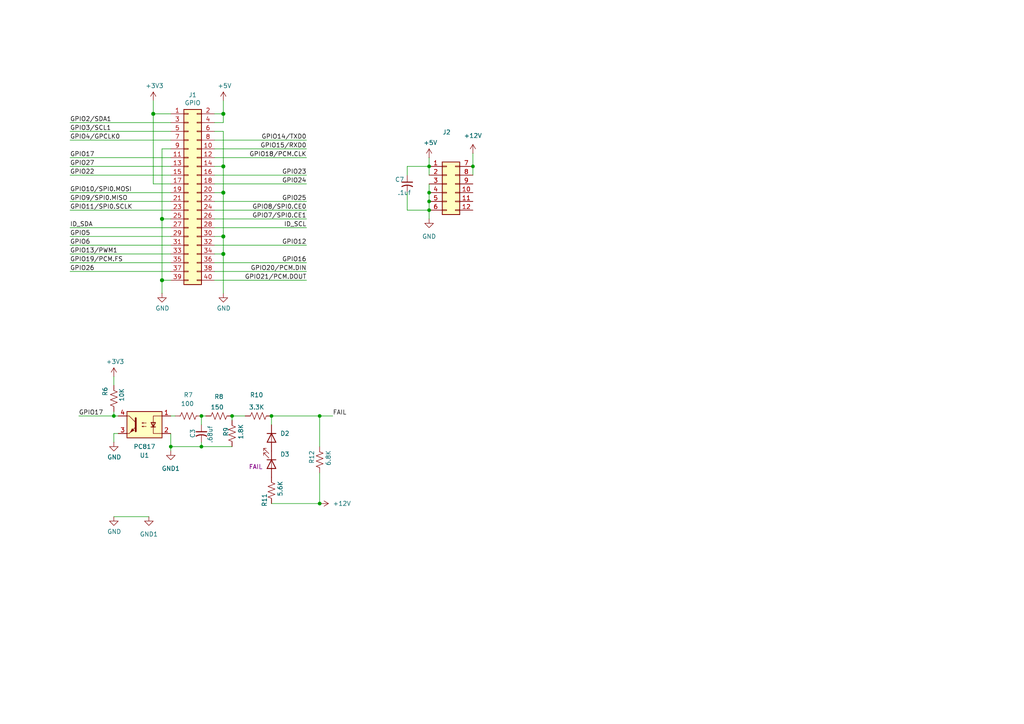
<source format=kicad_sch>
(kicad_sch (version 20250114) (generator "eeschema") (generator_version "9.0")
  (paper "A4")
  (lib_symbols
    (symbol "Connector_Generic:Conn_02x06_Top_Bottom" (pin_names (offset 1.016) (hide yes))
      (property "Reference" "J" (at 1.27 7.62 0))
      (property "Value" "Conn_02x06_Top_Bottom" (at 1.27 -10.16 0))
      (symbol "Conn_02x06_Top_Bottom_1_1"
        (rectangle (start -1.27 6.35) (end 3.81 -8.89) (stroke (width 0.254)) (fill (type background)))
        (rectangle (start -1.27 5.207) (end 0 4.953) (stroke (width 0.1524)))
        (rectangle (start -1.27 2.667) (end 0 2.413) (stroke (width 0.1524)))
        (rectangle (start -1.27 0.127) (end 0 -0.127) (stroke (width 0.1524)))
        (rectangle (start -1.27 -2.413) (end 0 -2.667) (stroke (width 0.1524)))
        (rectangle (start -1.27 -4.953) (end 0 -5.207) (stroke (width 0.1524)))
        (rectangle (start -1.27 -7.493) (end 0 -7.747) (stroke (width 0.1524)))
        (rectangle (start 3.81 5.207) (end 2.54 4.953) (stroke (width 0.1524)))
        (rectangle (start 3.81 2.667) (end 2.54 2.413) (stroke (width 0.1524)))
        (rectangle (start 3.81 0.127) (end 2.54 -0.127) (stroke (width 0.1524)))
        (rectangle (start 3.81 -2.413) (end 2.54 -2.667) (stroke (width 0.1524)))
        (rectangle (start 3.81 -4.953) (end 2.54 -5.207) (stroke (width 0.1524)))
        (rectangle (start 3.81 -7.493) (end 2.54 -7.747) (stroke (width 0.1524)))
        (pin passive line (at -5.08 5.08 0) (length 3.81) (name "Pin_1") (number "1"))
        (pin passive line (at -5.08 2.54 0) (length 3.81) (name "Pin_2") (number "2"))
        (pin passive line (at -5.08 0 0) (length 3.81) (name "Pin_3") (number "3"))
        (pin passive line (at -5.08 -2.54 0) (length 3.81) (name "Pin_4") (number "4"))
        (pin passive line (at -5.08 -5.08 0) (length 3.81) (name "Pin_5") (number "5"))
        (pin passive line (at -5.08 -7.62 0) (length 3.81) (name "Pin_6") (number "6"))
        (pin passive line (at 7.62 5.08 180) (length 3.81) (name "Pin_7") (number "7"))
        (pin passive line (at 7.62 2.54 180) (length 3.81) (name "Pin_8") (number "8"))
        (pin passive line (at 7.62 0 180) (length 3.81) (name "Pin_9") (number "9"))
        (pin passive line (at 7.62 -2.54 180) (length 3.81) (name "Pin_10") (number "10"))
        (pin passive line (at 7.62 -5.08 180) (length 3.81) (name "Pin_11") (number "11"))
        (pin passive line (at 7.62 -7.62 180) (length 3.81) (name "Pin_12") (number "12"))
      )
    )
    (symbol "Connector_Generic:Conn_02x20_Odd_Even" (pin_names (offset 1.016) (hide yes))
      (property "Reference" "J" (at 1.27 25.4 0))
      (property "Value" "Conn_02x20_Odd_Even" (at 1.27 -27.94 0))
      (symbol "Conn_02x20_Odd_Even_1_1"
        (rectangle (start -1.27 24.13) (end 3.81 -26.67) (stroke (width 0.254)) (fill (type background)))
        (rectangle (start -1.27 22.987) (end 0 22.733) (stroke (width 0.1524)))
        (rectangle (start -1.27 20.447) (end 0 20.193) (stroke (width 0.1524)))
        (rectangle (start -1.27 17.907) (end 0 17.653) (stroke (width 0.1524)))
        (rectangle (start -1.27 15.367) (end 0 15.113) (stroke (width 0.1524)))
        (rectangle (start -1.27 12.827) (end 0 12.573) (stroke (width 0.1524)))
        (rectangle (start -1.27 10.287) (end 0 10.033) (stroke (width 0.1524)))
        (rectangle (start -1.27 7.747) (end 0 7.493) (stroke (width 0.1524)))
        (rectangle (start -1.27 5.207) (end 0 4.953) (stroke (width 0.1524)))
        (rectangle (start -1.27 2.667) (end 0 2.413) (stroke (width 0.1524)))
        (rectangle (start -1.27 0.127) (end 0 -0.127) (stroke (width 0.1524)))
        (rectangle (start -1.27 -2.413) (end 0 -2.667) (stroke (width 0.1524)))
        (rectangle (start -1.27 -4.953) (end 0 -5.207) (stroke (width 0.1524)))
        (rectangle (start -1.27 -7.493) (end 0 -7.747) (stroke (width 0.1524)))
        (rectangle (start -1.27 -10.033) (end 0 -10.287) (stroke (width 0.1524)))
        (rectangle (start -1.27 -12.573) (end 0 -12.827) (stroke (width 0.1524)))
        (rectangle (start -1.27 -15.113) (end 0 -15.367) (stroke (width 0.1524)))
        (rectangle (start -1.27 -17.653) (end 0 -17.907) (stroke (width 0.1524)))
        (rectangle (start -1.27 -20.193) (end 0 -20.447) (stroke (width 0.1524)))
        (rectangle (start -1.27 -22.733) (end 0 -22.987) (stroke (width 0.1524)))
        (rectangle (start -1.27 -25.273) (end 0 -25.527) (stroke (width 0.1524)))
        (rectangle (start 3.81 22.987) (end 2.54 22.733) (stroke (width 0.1524)))
        (rectangle (start 3.81 20.447) (end 2.54 20.193) (stroke (width 0.1524)))
        (rectangle (start 3.81 17.907) (end 2.54 17.653) (stroke (width 0.1524)))
        (rectangle (start 3.81 15.367) (end 2.54 15.113) (stroke (width 0.1524)))
        (rectangle (start 3.81 12.827) (end 2.54 12.573) (stroke (width 0.1524)))
        (rectangle (start 3.81 10.287) (end 2.54 10.033) (stroke (width 0.1524)))
        (rectangle (start 3.81 7.747) (end 2.54 7.493) (stroke (width 0.1524)))
        (rectangle (start 3.81 5.207) (end 2.54 4.953) (stroke (width 0.1524)))
        (rectangle (start 3.81 2.667) (end 2.54 2.413) (stroke (width 0.1524)))
        (rectangle (start 3.81 0.127) (end 2.54 -0.127) (stroke (width 0.1524)))
        (rectangle (start 3.81 -2.413) (end 2.54 -2.667) (stroke (width 0.1524)))
        (rectangle (start 3.81 -4.953) (end 2.54 -5.207) (stroke (width 0.1524)))
        (rectangle (start 3.81 -7.493) (end 2.54 -7.747) (stroke (width 0.1524)))
        (rectangle (start 3.81 -10.033) (end 2.54 -10.287) (stroke (width 0.1524)))
        (rectangle (start 3.81 -12.573) (end 2.54 -12.827) (stroke (width 0.1524)))
        (rectangle (start 3.81 -15.113) (end 2.54 -15.367) (stroke (width 0.1524)))
        (rectangle (start 3.81 -17.653) (end 2.54 -17.907) (stroke (width 0.1524)))
        (rectangle (start 3.81 -20.193) (end 2.54 -20.447) (stroke (width 0.1524)))
        (rectangle (start 3.81 -22.733) (end 2.54 -22.987) (stroke (width 0.1524)))
        (rectangle (start 3.81 -25.273) (end 2.54 -25.527) (stroke (width 0.1524)))
        (pin passive line (at -5.08 22.86 0) (length 3.81) (name "Pin_1") (number "1"))
        (pin passive line (at -5.08 20.32 0) (length 3.81) (name "Pin_3") (number "3"))
        (pin passive line (at -5.08 17.78 0) (length 3.81) (name "Pin_5") (number "5"))
        (pin passive line (at -5.08 15.24 0) (length 3.81) (name "Pin_7") (number "7"))
        (pin passive line (at -5.08 12.7 0) (length 3.81) (name "Pin_9") (number "9"))
        (pin passive line (at -5.08 10.16 0) (length 3.81) (name "Pin_11") (number "11"))
        (pin passive line (at -5.08 7.62 0) (length 3.81) (name "Pin_13") (number "13"))
        (pin passive line (at -5.08 5.08 0) (length 3.81) (name "Pin_15") (number "15"))
        (pin passive line (at -5.08 2.54 0) (length 3.81) (name "Pin_17") (number "17"))
        (pin passive line (at -5.08 0 0) (length 3.81) (name "Pin_19") (number "19"))
        (pin passive line (at -5.08 -2.54 0) (length 3.81) (name "Pin_21") (number "21"))
        (pin passive line (at -5.08 -5.08 0) (length 3.81) (name "Pin_23") (number "23"))
        (pin passive line (at -5.08 -7.62 0) (length 3.81) (name "Pin_25") (number "25"))
        (pin passive line (at -5.08 -10.16 0) (length 3.81) (name "Pin_27") (number "27"))
        (pin passive line (at -5.08 -12.7 0) (length 3.81) (name "Pin_29") (number "29"))
        (pin passive line (at -5.08 -15.24 0) (length 3.81) (name "Pin_31") (number "31"))
        (pin passive line (at -5.08 -17.78 0) (length 3.81) (name "Pin_33") (number "33"))
        (pin passive line (at -5.08 -20.32 0) (length 3.81) (name "Pin_35") (number "35"))
        (pin passive line (at -5.08 -22.86 0) (length 3.81) (name "Pin_37") (number "37"))
        (pin passive line (at -5.08 -25.4 0) (length 3.81) (name "Pin_39") (number "39"))
        (pin passive line (at 7.62 22.86 180) (length 3.81) (name "Pin_2") (number "2"))
        (pin passive line (at 7.62 20.32 180) (length 3.81) (name "Pin_4") (number "4"))
        (pin passive line (at 7.62 17.78 180) (length 3.81) (name "Pin_6") (number "6"))
        (pin passive line (at 7.62 15.24 180) (length 3.81) (name "Pin_8") (number "8"))
        (pin passive line (at 7.62 12.7 180) (length 3.81) (name "Pin_10") (number "10"))
        (pin passive line (at 7.62 10.16 180) (length 3.81) (name "Pin_12") (number "12"))
        (pin passive line (at 7.62 7.62 180) (length 3.81) (name "Pin_14") (number "14"))
        (pin passive line (at 7.62 5.08 180) (length 3.81) (name "Pin_16") (number "16"))
        (pin passive line (at 7.62 2.54 180) (length 3.81) (name "Pin_18") (number "18"))
        (pin passive line (at 7.62 0 180) (length 3.81) (name "Pin_20") (number "20"))
        (pin passive line (at 7.62 -2.54 180) (length 3.81) (name "Pin_22") (number "22"))
        (pin passive line (at 7.62 -5.08 180) (length 3.81) (name "Pin_24") (number "24"))
        (pin passive line (at 7.62 -7.62 180) (length 3.81) (name "Pin_26") (number "26"))
        (pin passive line (at 7.62 -10.16 180) (length 3.81) (name "Pin_28") (number "28"))
        (pin passive line (at 7.62 -12.7 180) (length 3.81) (name "Pin_30") (number "30"))
        (pin passive line (at 7.62 -15.24 180) (length 3.81) (name "Pin_32") (number "32"))
        (pin passive line (at 7.62 -17.78 180) (length 3.81) (name "Pin_34") (number "34"))
        (pin passive line (at 7.62 -20.32 180) (length 3.81) (name "Pin_36") (number "36"))
        (pin passive line (at 7.62 -22.86 180) (length 3.81) (name "Pin_38") (number "38"))
        (pin passive line (at 7.62 -25.4 180) (length 3.81) (name "Pin_40") (number "40"))
      )
    )
    (symbol "Device:C_Small_US" (pin_numbers (hide yes)) (pin_names (offset 0.254) (hide yes))
      (property "Reference" "C" (at 0.254 1.778 0))
      (property "Value" "C_Small_US" (at 0.254 -2.032 0))
      (symbol "C_Small_US_0_1"
        (polyline (pts (xy -1.524 0.508) (xy 1.524 0.508)) (stroke (width 0.3048)))
        (arc (start -1.524 -0.762) (mid 0 -0.3734) (end 1.524 -0.762) (stroke (width 0.3048)))
      )
      (symbol "C_Small_US_1_1"
        (pin passive line (at 0 2.54 270) (length 2.032) (name "~") (number "1"))
        (pin passive line (at 0 -2.54 90) (length 2.032) (name "~") (number "2"))
      )
    )
    (symbol "Device:LED" (pin_numbers (hide yes)) (pin_names (offset 1.016) (hide yes))
      (property "Reference" "D" (at 0 2.54 0))
      (property "Value" "LED" (at 0 -2.54 0))
      (symbol "LED_0_1"
        (polyline (pts (xy -3.048 -0.762) (xy -4.572 -2.286) (xy -3.81 -2.286) (xy -4.572 -2.286) (xy -4.572 -1.524)))
        (polyline (pts (xy -1.778 -0.762) (xy -3.302 -2.286) (xy -2.54 -2.286) (xy -3.302 -2.286) (xy -3.302 -1.524)))
        (polyline (pts (xy -1.27 0) (xy 1.27 0)))
        (polyline (pts (xy -1.27 -1.27) (xy -1.27 1.27)) (stroke (width 0.254)))
        (polyline (pts (xy 1.27 -1.27) (xy 1.27 1.27) (xy -1.27 0) (xy 1.27 -1.27)) (stroke (width 0.254)))
      )
      (symbol "LED_1_1"
        (pin passive line (at -3.81 0 0) (length 2.54) (name "K") (number "1"))
        (pin passive line (at 3.81 0 180) (length 2.54) (name "A") (number "2"))
      )
    )
    (symbol "Device:R_US" (pin_numbers (hide yes)) (pin_names (offset 0))
      (property "Reference" "R" (at 2.54 0 90))
      (property "Value" "R_US" (at -2.54 0 90))
      (symbol "R_US_0_1"
        (polyline (pts (xy 0 2.286) (xy 0 2.54)))
        (polyline (pts (xy 0 2.286) (xy 1.016 1.905) (xy 0 1.524) (xy -1.016 1.143) (xy 0 0.762)))
        (polyline (pts (xy 0 0.762) (xy 1.016 0.381) (xy 0 0) (xy -1.016 -0.381) (xy 0 -0.762)))
        (polyline (pts (xy 0 -0.762) (xy 1.016 -1.143) (xy 0 -1.524) (xy -1.016 -1.905) (xy 0 -2.286)))
        (polyline (pts (xy 0 -2.286) (xy 0 -2.54)))
      )
      (symbol "R_US_1_1"
        (pin passive line (at 0 3.81 270) (length 1.27) (name "~") (number "1"))
        (pin passive line (at 0 -3.81 90) (length 1.27) (name "~") (number "2"))
      )
    )
    (symbol "Diode:1N4148" (pin_numbers (hide yes)) (pin_names (hide yes))
      (property "Reference" "D" (at 0 2.54 0))
      (property "Value" "1N4148" (at 0 -2.54 0))
      (symbol "1N4148_0_1"
        (polyline (pts (xy -1.27 1.27) (xy -1.27 -1.27)) (stroke (width 0.254)))
        (polyline (pts (xy 1.27 1.27) (xy 1.27 -1.27) (xy -1.27 0) (xy 1.27 1.27)) (stroke (width 0.254)))
        (polyline (pts (xy 1.27 0) (xy -1.27 0)))
      )
      (symbol "1N4148_1_1"
        (pin passive line (at -3.81 0 0) (length 2.54) (name "K") (number "1"))
        (pin passive line (at 3.81 0 180) (length 2.54) (name "A") (number "2"))
      )
    )
    (symbol "Isolator:PC817" (pin_names (offset 1.016))
      (property "Reference" "U" (at -5.08 5.08 0))
      (property "Value" "PC817" (at 0 5.08 0))
      (symbol "PC817_0_1"
        (rectangle (start -5.08 3.81) (end 5.08 -3.81) (stroke (width 0.254)) (fill (type background)))
        (polyline (pts (xy -5.08 2.54) (xy -2.54 2.54) (xy -2.54 -0.635)))
        (polyline (pts (xy -3.175 -0.635) (xy -1.905 -0.635)) (stroke (width 0.254)))
        (polyline (pts (xy -2.54 -0.635) (xy -2.54 -2.54) (xy -5.08 -2.54)))
        (polyline (pts (xy -2.54 -0.635) (xy -3.175 0.635) (xy -1.905 0.635) (xy -2.54 -0.635)) (stroke (width 0.254)))
        (polyline (pts (xy -0.508 0.508) (xy 0.762 0.508) (xy 0.381 0.381) (xy 0.381 0.635) (xy 0.762 0.508)))
        (polyline (pts (xy -0.508 -0.508) (xy 0.762 -0.508) (xy 0.381 -0.635) (xy 0.381 -0.381) (xy 0.762 -0.508)))
        (polyline (pts (xy 2.54 1.905) (xy 2.54 -1.905)) (stroke (width 0.508)))
        (polyline (pts (xy 2.54 0.635) (xy 4.445 2.54)))
        (polyline (pts (xy 3.048 -1.651) (xy 3.556 -1.143) (xy 4.064 -2.159) (xy 3.048 -1.651)) (fill (type outline)))
        (polyline (pts (xy 4.445 2.54) (xy 5.08 2.54)))
        (polyline (pts (xy 4.445 -2.54) (xy 2.54 -0.635)) (fill (type outline)))
        (polyline (pts (xy 4.445 -2.54) (xy 5.08 -2.54)))
      )
      (symbol "PC817_1_1"
        (pin passive line (at -7.62 2.54 0) (length 2.54) (name "~") (number "1"))
        (pin passive line (at -7.62 -2.54 0) (length 2.54) (name "~") (number "2"))
        (pin passive line (at 7.62 2.54 180) (length 2.54) (name "~") (number "4"))
        (pin passive line (at 7.62 -2.54 180) (length 2.54) (name "~") (number "3"))
      )
    )
    (symbol "power:+12C" (power) (pin_numbers (hide yes)) (pin_names (offset 0) (hide yes))
      (property "Value" "+12C" (at 0 3.556 0))
      (symbol "+12C_0_1"
        (polyline (pts (xy -0.762 1.27) (xy 0 2.54)))
        (polyline (pts (xy 0 2.54) (xy 0.762 1.27)))
        (polyline (pts (xy 0 0) (xy 0 2.54)))
      )
      (symbol "+12C_1_1"
        (pin power_in line (at 0 0 90) (length 0) (name "~") (number "1"))
      )
    )
    (symbol "power:+12V" (power) (pin_numbers (hide yes)) (pin_names (offset 0) (hide yes))
      (property "Value" "+12V" (at 0 3.556 0))
      (symbol "+12V_0_1"
        (polyline (pts (xy -0.762 1.27) (xy 0 2.54)))
        (polyline (pts (xy 0 2.54) (xy 0.762 1.27)))
        (polyline (pts (xy 0 0) (xy 0 2.54)))
      )
      (symbol "+12V_1_1"
        (pin power_in line (at 0 0 90) (length 0) (name "~") (number "1"))
      )
    )
    (symbol "power:+3.3V" (power) (pin_numbers (hide yes)) (pin_names (offset 0) (hide yes))
      (property "Value" "+3.3V" (at 0 3.556 0))
      (symbol "+3.3V_0_1"
        (polyline (pts (xy -0.762 1.27) (xy 0 2.54)))
        (polyline (pts (xy 0 2.54) (xy 0.762 1.27)))
        (polyline (pts (xy 0 0) (xy 0 2.54)))
      )
      (symbol "+3.3V_1_1"
        (pin power_in line (at 0 0 90) (length 0) (name "~") (number "1"))
      )
    )
    (symbol "power:+5V" (power) (pin_numbers (hide yes)) (pin_names (offset 0) (hide yes))
      (property "Value" "+5V" (at 0 3.556 0))
      (symbol "+5V_0_1"
        (polyline (pts (xy -0.762 1.27) (xy 0 2.54)))
        (polyline (pts (xy 0 2.54) (xy 0.762 1.27)))
        (polyline (pts (xy 0 0) (xy 0 2.54)))
      )
      (symbol "+5V_1_1"
        (pin power_in line (at 0 0 90) (length 0) (name "~") (number "1"))
      )
    )
    (symbol "power:GND" (power) (pin_numbers (hide yes)) (pin_names (offset 0) (hide yes))
      (property "Value" "GND" (at 0 -3.81 0))
      (symbol "GND_0_1"
        (polyline (pts (xy 0 0) (xy 0 -1.27) (xy 1.27 -1.27) (xy 0 -2.54) (xy -1.27 -1.27) (xy 0 -1.27)))
      )
      (symbol "GND_1_1"
        (pin power_in line (at 0 0 270) (length 0) (name "~") (number "1"))
      )
    )
    (symbol "power:GND1" (power) (pin_numbers (hide yes)) (pin_names (offset 0) (hide yes))
      (property "Value" "GND1" (at 0 -3.81 0))
      (symbol "GND1_0_1"
        (polyline (pts (xy 0 0) (xy 0 -1.27) (xy 1.27 -1.27) (xy 0 -2.54) (xy -1.27 -1.27) (xy 0 -1.27)))
      )
      (symbol "GND1_1_1"
        (pin power_in line (at 0 0 270) (length 0) (name "~") (number "1"))
      )
    )
  )
  (junction (at 124.46 58.42))
  (junction (at 124.46 60.96))
  (junction (at 33.02 120.65))
  (junction (at 124.46 48.26))
  (junction (at 64.77 48.26) (diameter 1.016))
  (junction (at 92.71 146.05))
  (junction (at 58.42 129.54))
  (junction (at 92.71 120.65))
  (junction (at 46.99 81.28) (diameter 1.016))
  (junction (at 49.53 129.54))
  (junction (at 64.77 33.02) (diameter 1.016))
  (junction (at 64.77 55.88) (diameter 1.016))
  (junction (at 137.16 48.26))
  (junction (at 64.77 73.66) (diameter 1.016))
  (junction (at 64.77 68.58) (diameter 1.016))
  (junction (at 58.42 120.65))
  (junction (at 46.99 63.5) (diameter 1.016))
  (junction (at 67.31 120.65))
  (junction (at 78.74 120.65))
  (junction (at 124.46 55.88))
  (junction (at 44.45 33.02) (diameter 1.016))
  (wire (pts (xy 20.32 40.64) (xy 49.53 40.64)))
  (wire (pts (xy 92.71 120.65) (xy 96.52 120.65)))
  (wire (pts (xy 49.53 120.65) (xy 50.8 120.65)))
  (wire (pts (xy 46.99 43.18) (xy 46.99 63.5)))
  (wire (pts (xy 62.23 63.5) (xy 88.9 63.5)))
  (wire (pts (xy 62.23 71.12) (xy 88.9 71.12)))
  (wire (pts (xy 58.42 120.65) (xy 58.42 123.19)))
  (wire (pts (xy 20.32 78.74) (xy 49.53 78.74)))
  (wire (pts (xy 62.23 60.96) (xy 88.9 60.96)))
  (wire (pts (xy 33.02 125.73) (xy 34.29 125.73)))
  (wire (pts (xy 64.77 48.26) (xy 64.77 55.88)))
  (wire (pts (xy 64.77 68.58) (xy 62.23 68.58)))
  (wire (pts (xy 58.42 129.54) (xy 58.42 128.27)))
  (wire (pts (xy 64.77 73.66) (xy 64.77 85.09)))
  (wire (pts (xy 49.53 45.72) (xy 20.32 45.72)))
  (wire (pts (xy 46.99 43.18) (xy 49.53 43.18)))
  (wire (pts (xy 20.32 71.12) (xy 49.53 71.12)))
  (wire (pts (xy 62.23 50.8) (xy 88.9 50.8)))
  (wire (pts (xy 137.16 48.26) (xy 137.16 50.8)))
  (wire (pts (xy 49.53 73.66) (xy 20.32 73.66)))
  (wire (pts (xy 118.11 48.26) (xy 124.46 48.26)))
  (wire (pts (xy 92.71 137.16) (xy 92.71 146.05)))
  (wire (pts (xy 46.99 81.28) (xy 46.99 85.09)))
  (wire (pts (xy 49.53 55.88) (xy 20.32 55.88)))
  (wire (pts (xy 49.53 130.81) (xy 49.53 129.54)))
  (wire (pts (xy 20.32 60.96) (xy 49.53 60.96)))
  (wire (pts (xy 124.46 55.88) (xy 124.46 58.42)))
  (wire (pts (xy 67.31 129.54) (xy 58.42 129.54)))
  (wire (pts (xy 62.23 76.2) (xy 88.9 76.2)))
  (wire (pts (xy 44.45 29.21) (xy 44.45 33.02)))
  (wire (pts (xy 62.23 58.42) (xy 88.9 58.42)))
  (wire (pts (xy 20.32 48.26) (xy 49.53 48.26)))
  (wire (pts (xy 64.77 48.26) (xy 62.23 48.26)))
  (wire (pts (xy 20.32 38.1) (xy 49.53 38.1)))
  (wire (pts (xy 20.32 50.8) (xy 49.53 50.8)))
  (wire (pts (xy 124.46 45.72) (xy 124.46 48.26)))
  (wire (pts (xy 33.02 149.86) (xy 43.18 149.86)))
  (wire (pts (xy 49.53 66.04) (xy 20.32 66.04)))
  (wire (pts (xy 124.46 60.96) (xy 118.11 60.96)))
  (wire (pts (xy 62.23 53.34) (xy 88.9 53.34)))
  (wire (pts (xy 92.71 120.65) (xy 92.71 129.54)))
  (wire (pts (xy 20.32 58.42) (xy 49.53 58.42)))
  (wire (pts (xy 64.77 55.88) (xy 62.23 55.88)))
  (wire (pts (xy 62.23 78.74) (xy 88.9 78.74)))
  (wire (pts (xy 33.02 119.38) (xy 33.02 120.65)))
  (wire (pts (xy 64.77 35.56) (xy 62.23 35.56)))
  (wire (pts (xy 46.99 63.5) (xy 49.53 63.5)))
  (wire (pts (xy 64.77 55.88) (xy 64.77 68.58)))
  (wire (pts (xy 22.86 120.65) (xy 33.02 120.65)))
  (wire (pts (xy 46.99 63.5) (xy 46.99 81.28)))
  (wire (pts (xy 78.74 120.65) (xy 78.74 123.19)))
  (wire (pts (xy 33.02 109.22) (xy 33.02 111.76)))
  (wire (pts (xy 20.32 76.2) (xy 49.53 76.2)))
  (wire (pts (xy 62.23 43.18) (xy 88.9 43.18)))
  (wire (pts (xy 33.02 128.27) (xy 33.02 125.73)))
  (wire (pts (xy 64.77 68.58) (xy 64.77 73.66)))
  (wire (pts (xy 44.45 33.02) (xy 49.53 33.02)))
  (wire (pts (xy 124.46 53.34) (xy 124.46 55.88)))
  (wire (pts (xy 62.23 66.04) (xy 88.9 66.04)))
  (wire (pts (xy 62.23 40.64) (xy 88.9 40.64)))
  (wire (pts (xy 49.53 125.73) (xy 49.53 129.54)))
  (wire (pts (xy 44.45 33.02) (xy 44.45 53.34)))
  (wire (pts (xy 33.02 120.65) (xy 34.29 120.65)))
  (wire (pts (xy 118.11 55.88) (xy 118.11 60.96)))
  (wire (pts (xy 49.53 129.54) (xy 58.42 129.54)))
  (wire (pts (xy 118.11 50.8) (xy 118.11 48.26)))
  (wire (pts (xy 137.16 44.45) (xy 137.16 48.26)))
  (wire (pts (xy 64.77 73.66) (xy 62.23 73.66)))
  (wire (pts (xy 78.74 120.65) (xy 92.71 120.65)))
  (wire (pts (xy 64.77 29.21) (xy 64.77 33.02)))
  (wire (pts (xy 59.69 120.65) (xy 58.42 120.65)))
  (wire (pts (xy 124.46 58.42) (xy 124.46 60.96)))
  (wire (pts (xy 78.74 146.05) (xy 92.71 146.05)))
  (wire (pts (xy 44.45 53.34) (xy 49.53 53.34)))
  (wire (pts (xy 64.77 33.02) (xy 64.77 35.56)))
  (wire (pts (xy 20.32 68.58) (xy 49.53 68.58)))
  (wire (pts (xy 64.77 38.1) (xy 62.23 38.1)))
  (wire (pts (xy 64.77 38.1) (xy 64.77 48.26)))
  (wire (pts (xy 62.23 81.28) (xy 88.9 81.28)))
  (wire (pts (xy 124.46 48.26) (xy 124.46 50.8)))
  (wire (pts (xy 46.99 81.28) (xy 49.53 81.28)))
  (wire (pts (xy 67.31 121.92) (xy 67.31 120.65)))
  (wire (pts (xy 49.53 35.56) (xy 20.32 35.56)))
  (wire (pts (xy 62.23 45.72) (xy 88.9 45.72)))
  (wire (pts (xy 124.46 60.96) (xy 124.46 63.5)))
  (wire (pts (xy 64.77 33.02) (xy 62.23 33.02)))
  (wire (pts (xy 67.31 120.65) (xy 71.12 120.65)))
  (label "GPIO10{slash}SPI0.MOSI" (at 20.32 55.88 0))
  (label "GPIO25" (at 88.9 58.42 180))
  (label "GPIO17" (at 20.32 45.72 0))
  (label "GPIO19{slash}PCM.FS" (at 20.32 76.2 0))
  (label "GPIO8{slash}SPI0.CE0" (at 88.9 60.96 180))
  (label "GPIO15{slash}RXD0" (at 88.9 43.18 180))
  (label "GPIO6" (at 20.32 71.12 0))
  (label "GPIO17" (at 22.86 120.65 0))
  (label "GPIO26" (at 20.32 78.74 0))
  (label "GPIO20{slash}PCM.DIN" (at 88.9 78.74 180))
  (label "GPIO18{slash}PCM.CLK" (at 88.9 45.72 180))
  (label "GPIO22" (at 20.32 50.8 0))
  (label "ID_SDA" (at 20.32 66.04 0))
  (label "GPIO12" (at 88.9 71.12 180))
  (label "FAIL" (at 96.52 120.65 0))
  (label "GPIO7{slash}SPI0.CE1" (at 88.9 63.5 180))
  (label "GPIO9{slash}SPI0.MISO" (at 20.32 58.42 0))
  (label "GPIO23" (at 88.9 50.8 180))
  (label "GPIO27" (at 20.32 48.26 0))
  (label "GPIO4{slash}GPCLK0" (at 20.32 40.64 0))
  (label "GPIO2{slash}SDA1" (at 20.32 35.56 0))
  (label "GPIO3{slash}SCL1" (at 20.32 38.1 0))
  (label "GPIO13{slash}PWM1" (at 20.32 73.66 0))
  (label "GPIO24" (at 88.9 53.34 180))
  (label "GPIO5" (at 20.32 68.58 0))
  (label "ID_SCL" (at 88.9 66.04 180))
  (label "GPIO16" (at 88.9 76.2 180))
  (label "GPIO21{slash}PCM.DOUT" (at 88.9 81.28 180))
  (label "GPIO14{slash}TXD0" (at 88.9 40.64 180))
  (label "GPIO11{slash}SPI0.SCLK" (at 20.32 60.96 0))
  (symbol (lib_id "power:+5V") (at 64.77 29.21 0) (unit 1)
    (property "Reference" "#PWR01" (effects (hide yes)))
    (property "Value" "+5V" (at 65.1383 24.8856 0))
    (property "Description" "Power symbol creates a global label with name \"+5V\"" (effects (hide yes)))
  )
  (symbol (lib_id "power:+3.3V") (at 44.45 29.21 0) (unit 1)
    (property "Reference" "#PWR04" (effects (hide yes)))
    (property "Value" "+3V3" (at 44.8183 24.8856 0))
    (property "Description" "Power symbol creates a global label with name \"+3.3V\"" (effects (hide yes)))
  )
  (symbol (lib_id "power:GND") (at 64.77 85.09 0) (unit 1)
    (property "Reference" "#PWR02" (effects (hide yes)))
    (property "Value" "GND" (at 64.8843 89.4144 0))
    (property "Description" "Power symbol creates a global label with name \"GND\" , ground" (effects (hide yes)))
  )
  (symbol (lib_id "power:GND") (at 46.99 85.09 0) (unit 1)
    (property "Reference" "#PWR03" (effects (hide yes)))
    (property "Value" "GND" (at 47.1043 89.4144 0))
    (property "Description" "Power symbol creates a global label with name \"GND\" , ground" (effects (hide yes)))
  )
  (symbol (lib_id "Connector_Generic:Conn_02x20_Odd_Even") (at 54.61 55.88 0) (unit 1)
    (property "Reference" "J1" (at 55.88 27.5398 0))
    (property "Value" "GPIO" (at 55.88 29.845 0))
    (property "Footprint" "Connector_PinSocket_2.54mm:PinSocket_2x20_P2.54mm_Vertical" (effects (hide yes)))
    (property "Description" "Generic connector, double row, 02x20, odd/even pin numbering scheme (row 1 odd numbers, row 2 even numbers), script generated (kicad-library-utils/schlib/autogen/connector/)" (effects (hide yes)))
  )
  (symbol (lib_id "Device:C_Small_US") (at 118.11 53.34 0) (unit 1)
    (property "Reference" "C7" (at 114.554 52.07 0) (effects (justify left)))
    (property "Value" ".1uf" (at 115.316 55.88 0) (effects (justify left)))
    (property "Footprint" "RCER71H104K0DBH03A:RCER71H104K0DBH03A" (effects (hide yes)))
    (property "Description" "capacitor, small US symbol" (effects (hide yes)))
  )
  (symbol (lib_id "Device:R_US") (at 63.5 120.65 90) (unit 1)
    (property "Reference" "R8" (at 63.5 115.062 90))
    (property "Value" "150" (at 62.992 118.11 90))
    (property "Footprint" "Resistor_SMD:R_0805_2012Metric_Pad1.20x1.40mm_HandSolder" (effects (hide yes)))
    (property "Description" "Resistor, US symbol" (effects (hide yes)))
  )
  (symbol (lib_id "Device:C_Small_US") (at 58.42 125.73 0) (unit 1)
    (property "Reference" "C3" (at 55.88 125.73 90))
    (property "Value" ".68uf" (at 60.96 125.984 90))
    (property "Footprint" "Capacitor_SMD:C_0805_2012Metric_Pad1.18x1.45mm_HandSolder" (effects (hide yes)))
    (property "Description" "capacitor, small US symbol" (effects (hide yes)))
  )
  (symbol (lib_id "power:GND1") (at 43.18 149.86 0) (unit 1)
    (property "Reference" "#PWR07" (effects (hide yes)))
    (property "Value" "GND1" (at 43.18 154.94 0))
    (property "Description" "Power symbol creates a global label with name \"GND1\" , ground" (effects (hide yes)))
  )
  (symbol (lib_id "Device:LED") (at 78.74 134.62 270) (unit 1)
    (property "Reference" "D3" (at 81.28 131.7624 90) (effects (justify left)))
    (property "Value" "APT2012SURCK" (effects (hide yes)))
    (property "Footprint" "LED_SMD:LED_0805_2012Metric_Pad1.15x1.40mm_HandSolder" (effects (hide yes)))
    (property "Description" "Light emitting diode" (effects (hide yes)))
    (property "Sim.Pins" "1=K 2=A" (effects (hide yes)))
    (property "Name" "FAIL" (at 74.168 135.382 90))
  )
  (symbol (lib_id "Isolator:PC817") (at 41.91 123.19 0) (mirror y) (unit 1)
    (property "Reference" "U1" (at 41.91 132.08 0))
    (property "Value" "PC817" (at 41.91 129.54 0))
    (property "Footprint" "Package_DIP:DIP-4_W7.62mm" (effects (hide yes)))
    (property "Datasheet" "http://www.soselectronic.cz/a_info/resource/d/pc817.pdf" (effects (hide yes)))
    (property "Description" "DC Optocoupler, Vce 35V, CTR 50-300%, DIP-4" (effects (hide yes)))
  )
  (symbol (lib_id "Device:R_US") (at 74.93 120.65 90) (unit 1)
    (property "Reference" "R10" (at 74.422 114.554 90))
    (property "Value" "3.3K" (at 74.422 118.11 90))
    (property "Footprint" "Resistor_SMD:R_0805_2012Metric_Pad1.20x1.40mm_HandSolder" (effects (hide yes)))
    (property "Description" "Resistor, US symbol" (effects (hide yes)))
  )
  (symbol (lib_id "power:+3.3V") (at 33.02 109.22 0) (unit 1)
    (property "Reference" "#PWR013" (effects (hide yes)))
    (property "Value" "+3V3" (at 33.3883 104.8956 0))
    (property "Description" "Power symbol creates a global label with name \"+3.3V\"" (effects (hide yes)))
  )
  (symbol (lib_id "power:GND") (at 33.02 128.27 0) (unit 1)
    (property "Reference" "#PWR014" (effects (hide yes)))
    (property "Value" "GND" (at 33.1343 132.5944 0))
    (property "Description" "Power symbol creates a global label with name \"GND\" , ground" (effects (hide yes)))
  )
  (symbol (lib_id "power:+12V") (at 137.16 44.45 0) (unit 1)
    (property "Reference" "#PWR06" (effects (hide yes)))
    (property "Value" "+12V" (at 137.16 39.37 0))
    (property "Description" "Power symbol creates a global label with name \"+12V\"" (effects (hide yes)))
  )
  (symbol (lib_id "Device:R_US") (at 78.74 142.24 180) (unit 1)
    (property "Reference" "R11" (at 76.708 145.034 90))
    (property "Value" "5.6K" (at 81.28 141.732 90))
    (property "Footprint" "Resistor_SMD:R_0805_2012Metric_Pad1.20x1.40mm_HandSolder" (effects (hide yes)))
    (property "Description" "Resistor, US symbol" (effects (hide yes)))
  )
  (symbol (lib_id "Device:R_US") (at 33.02 115.57 180) (unit 1)
    (property "Reference" "R6" (at 30.48 113.538 90))
    (property "Value" "10K" (at 35.306 114.554 90))
    (property "Footprint" "Resistor_SMD:R_0805_2012Metric_Pad1.20x1.40mm_HandSolder" (effects (hide yes)))
    (property "Description" "Resistor, US symbol" (effects (hide yes)))
  )
  (symbol (lib_id "power:+5V") (at 124.46 45.72 0) (unit 1)
    (property "Reference" "#PWR017" (effects (hide yes)))
    (property "Value" "+5V" (at 124.8283 41.3956 0))
    (property "Description" "Power symbol creates a global label with name \"+5V\"" (effects (hide yes)))
  )
  (symbol (lib_id "Connector_Generic:Conn_02x06_Top_Bottom") (at 129.54 53.34 0) (unit 1)
    (property "Reference" "J2" (at 129.54 38.354 0))
    (property "Value" "Conn_02x06_Top_Bottom" (effects (hide yes)))
    (property "Footprint" "PinSocket_2x06_P2.54mm_Vertical" (effects (hide yes)))
    (property "Description" "Generic connector, double row, 02x06, top/bottom pin numbering scheme (row 1: 1...pins_per_row, row2: pins_per_row+1 ... num_pins), script generated (kicad-library-utils/schlib/autogen/connector/)" (effects (hide yes)))
  )
  (symbol (lib_id "Device:R_US") (at 54.61 120.65 90) (unit 1)
    (property "Reference" "R7" (at 54.61 114.554 90))
    (property "Value" "100" (at 54.356 117.094 90))
    (property "Footprint" "Resistor_SMD:R_0805_2012Metric_Pad1.20x1.40mm_HandSolder" (effects (hide yes)))
    (property "Description" "Resistor, US symbol" (effects (hide yes)))
  )
  (symbol (lib_id "power:GND") (at 124.46 63.5 0) (unit 1)
    (property "Reference" "#PWR05" (effects (hide yes)))
    (property "Value" "GND" (at 124.46 68.58 0))
    (property "Description" "Power symbol creates a global label with name \"GND\" , ground" (effects (hide yes)))
  )
  (symbol (lib_id "Device:R_US") (at 67.31 125.73 0) (unit 1)
    (property "Reference" "R9" (at 65.532 125.222 90))
    (property "Value" "1.8K" (at 69.85 125.222 90))
    (property "Footprint" "Resistor_SMD:R_0805_2012Metric_Pad1.20x1.40mm_HandSolder" (effects (hide yes)))
    (property "Description" "Resistor, US symbol" (effects (hide yes)))
  )
  (symbol (lib_id "Device:R_US") (at 92.71 133.35 180) (unit 1)
    (property "Reference" "R12" (at 90.424 132.588 90))
    (property "Value" "6.8K" (at 95.25 132.842 90))
    (property "Footprint" "Resistor_SMD:R_0805_2012Metric_Pad1.20x1.40mm_HandSolder" (effects (hide yes)))
    (property "Description" "Resistor, US symbol" (effects (hide yes)))
  )
  (symbol (lib_id "power:GND") (at 33.02 149.86 0) (unit 1)
    (property "Reference" "#PWR08" (effects (hide yes)))
    (property "Value" "GND" (at 33.1343 154.1844 0))
    (property "Description" "Power symbol creates a global label with name \"GND\" , ground" (effects (hide yes)))
  )
  (symbol (lib_id "power:+12C") (at 92.71 146.05 270) (unit 1)
    (property "Reference" "#PWR016" (effects (hide yes)))
    (property "Value" "+12V" (at 96.52 146.0499 90) (effects (justify left)))
    (property "Description" "Power symbol creates a global label with name \"+12C\"" (effects (hide yes)))
  )
  (symbol (lib_id "power:GND1") (at 49.53 130.81 0) (unit 1)
    (property "Reference" "#PWR015" (effects (hide yes)))
    (property "Value" "GND1" (at 49.53 135.89 0))
    (property "Description" "Power symbol creates a global label with name \"GND1\" , ground" (effects (hide yes)))
  )
  (symbol (lib_id "Diode:1N4148") (at 78.74 127 270) (unit 1)
    (property "Reference" "D2" (at 81.28 125.7299 90) (effects (justify left)))
    (property "Value" "1N4148WS-7-F" (effects (hide yes)))
    (property "Footprint" "Diode_SMD:D_SOD-323_HandSoldering" (effects (hide yes)))
    (property "Datasheet" "https://assets.nexperia.com/documents/data-sheet/1N4148_1N4448.pdf" (effects (hide yes)))
    (property "Description" "100V 0.15A standard switching diode, DO-35" (effects (hide yes)))
    (property "Sim.Device" "D" (effects (hide yes)))
    (property "Sim.Pins" "1=K 2=A" (effects (hide yes)))
  )
)
</source>
